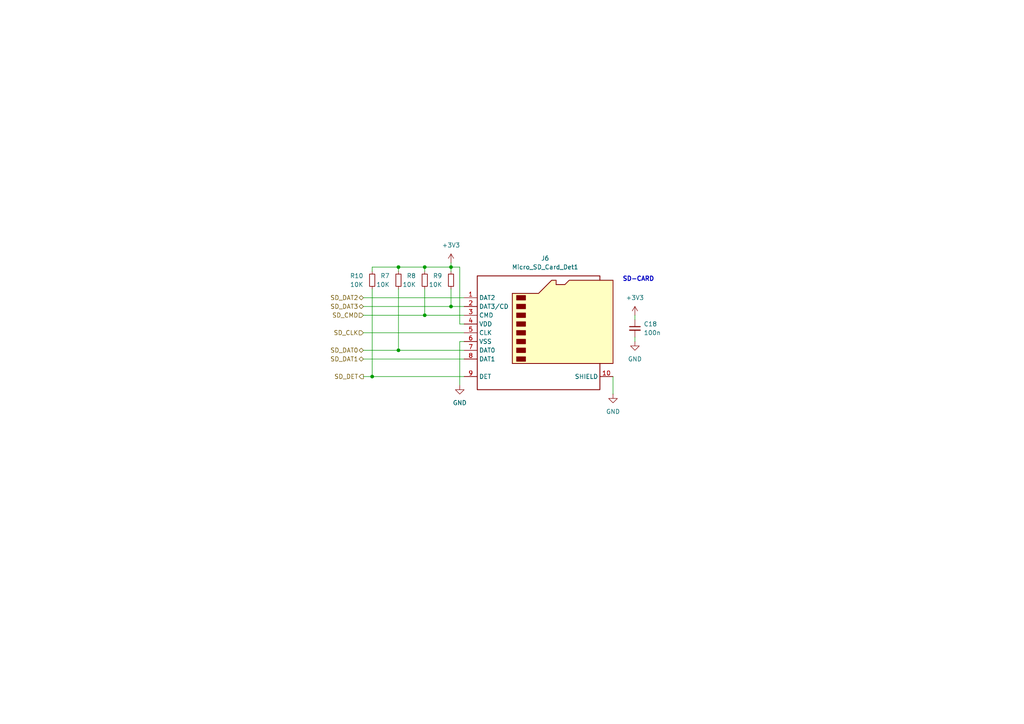
<source format=kicad_sch>
(kicad_sch (version 20231120) (generator "eeschema") (generator_version "8.0")
  (paper "A4")
  (lib_symbols
    (symbol "Connector:Micro_SD_Card_Det1"
      (property "Reference" "J" (at -16.51 17.78 0))
      (property "Value" "Micro_SD_Card_Det1" (at 16.51 17.78 0))
      (symbol "Micro_SD_Card_Det1_0_1"
        (rectangle (start -7.62 -6.985) (end -5.08 -8.255) (stroke (width 0.254)) (fill (type outline)))
        (rectangle (start -7.62 -4.445) (end -5.08 -5.715) (stroke (width 0.254)) (fill (type outline)))
        (rectangle (start -7.62 -1.905) (end -5.08 -3.175) (stroke (width 0.254)) (fill (type outline)))
        (rectangle (start -7.62 0.635) (end -5.08 -0.635) (stroke (width 0.254)) (fill (type outline)))
        (rectangle (start -7.62 3.175) (end -5.08 1.905) (stroke (width 0.254)) (fill (type outline)))
        (rectangle (start -7.62 5.715) (end -5.08 4.445) (stroke (width 0.254)) (fill (type outline)))
        (rectangle (start -7.62 8.255) (end -5.08 6.985) (stroke (width 0.254)) (fill (type outline)))
        (rectangle (start -7.62 10.795) (end -5.08 9.525) (stroke (width 0.254)) (fill (type outline)))
        (polyline (pts (xy 16.51 15.24) (xy 16.51 16.51) (xy -19.05 16.51) (xy -19.05 -16.51) (xy 16.51 -16.51) (xy 16.51 -8.89)) (stroke (width 0.254)))
        (polyline (pts (xy -8.89 -8.89) (xy -8.89 11.43) (xy -1.27 11.43) (xy 2.54 15.24) (xy 3.81 15.24) (xy 3.81 13.97) (xy 6.35 13.97) (xy 7.62 15.24) (xy 20.32 15.24) (xy 20.32 -8.89) (xy -8.89 -8.89)) (stroke (width 0.254)) (fill (type background)))
      )
      (symbol "Micro_SD_Card_Det1_1_1"
        (pin bidirectional line (at -22.86 10.16 0) (length 3.81) (name "DAT2") (number "1"))
        (pin passive line (at 20.32 -12.7 180) (length 3.81) (name "SHIELD") (number "10"))
        (pin bidirectional line (at -22.86 7.62 0) (length 3.81) (name "DAT3/CD") (number "2"))
        (pin input line (at -22.86 5.08 0) (length 3.81) (name "CMD") (number "3"))
        (pin power_in line (at -22.86 2.54 0) (length 3.81) (name "VDD") (number "4"))
        (pin input line (at -22.86 0 0) (length 3.81) (name "CLK") (number "5"))
        (pin power_in line (at -22.86 -2.54 0) (length 3.81) (name "VSS") (number "6"))
        (pin bidirectional line (at -22.86 -5.08 0) (length 3.81) (name "DAT0") (number "7"))
        (pin bidirectional line (at -22.86 -7.62 0) (length 3.81) (name "DAT1") (number "8"))
        (pin passive line (at -22.86 -12.7 0) (length 3.81) (name "DET") (number "9"))
      )
    )
    (symbol "Device:C_Small" (pin_numbers hide) (pin_names (offset 0.254) hide)
      (property "Reference" "C" (at 0.254 1.778 0))
      (property "Value" "C_Small" (at 0.254 -2.032 0))
      (symbol "C_Small_0_1"
        (polyline (pts (xy -1.524 -0.508) (xy 1.524 -0.508)) (stroke (width 0.3302)))
        (polyline (pts (xy -1.524 0.508) (xy 1.524 0.508)) (stroke (width 0.3048)))
      )
      (symbol "C_Small_1_1"
        (pin passive line (at 0 2.54 270) (length 2.032) (name "~") (number "1"))
        (pin passive line (at 0 -2.54 90) (length 2.032) (name "~") (number "2"))
      )
    )
    (symbol "Device:R_Small" (pin_numbers hide) (pin_names (offset 0.254) hide)
      (property "Reference" "R" (at 0.762 0.508 0))
      (property "Value" "R_Small" (at 0.762 -1.016 0))
      (symbol "R_Small_0_1"
        (rectangle (start -0.762 1.778) (end 0.762 -1.778) (stroke (width 0.2032)))
      )
      (symbol "R_Small_1_1"
        (pin passive line (at 0 2.54 270) (length 0.762) (name "~") (number "1"))
        (pin passive line (at 0 -2.54 90) (length 0.762) (name "~") (number "2"))
      )
    )
    (symbol "GND_5" (power) (pin_numbers hide) (pin_names (offset 0) hide)
      (property "Value" "GND" (at 0 -3.81 0))
      (symbol "GND_5_0_1"
        (polyline (pts (xy 0 0) (xy 0 -1.27) (xy 1.27 -1.27) (xy 0 -2.54) (xy -1.27 -1.27) (xy 0 -1.27)))
      )
      (symbol "GND_5_1_1"
        (pin power_in line (at 0 0 270) (length 0) (name "~") (number "1"))
      )
    )
    (symbol "power:+3V3" (power) (pin_names (offset 0))
      (property "Value" "+3V3" (at 0 3.556 0))
      (symbol "+3V3_0_1"
        (polyline (pts (xy -0.762 1.27) (xy 0 2.54)))
        (polyline (pts (xy 0 0) (xy 0 2.54)))
        (polyline (pts (xy 0 2.54) (xy 0.762 1.27)))
      )
      (symbol "+3V3_1_1"
        (pin power_in line (at 0 0 90) (length 0) hide (name "+3V3") (number "1"))
      )
    )
    (symbol "power:GND" (power) (pin_names (offset 0))
      (property "Value" "GND" (at 0 -3.81 0))
      (symbol "GND_0_1"
        (polyline (pts (xy 0 0) (xy 0 -1.27) (xy 1.27 -1.27) (xy 0 -2.54) (xy -1.27 -1.27) (xy 0 -1.27)))
      )
      (symbol "GND_1_1"
        (pin power_in line (at 0 0 270) (length 0) hide (name "GND") (number "1"))
      )
    )
  )
  (junction (at 115.57 101.6))
  (junction (at 123.19 91.44))
  (junction (at 115.57 77.47))
  (junction (at 107.95 109.22))
  (junction (at 123.19 77.47))
  (junction (at 130.81 88.9))
  (junction (at 130.81 77.47))
  (wire (pts (xy 123.19 77.47) (xy 123.19 78.74)))
  (wire (pts (xy 115.57 83.82) (xy 115.57 101.6)))
  (wire (pts (xy 123.19 83.82) (xy 123.19 91.44)))
  (wire (pts (xy 130.81 76.2) (xy 130.81 77.47)))
  (wire (pts (xy 107.95 83.82) (xy 107.95 109.22)))
  (wire (pts (xy 184.15 91.44) (xy 184.15 92.71)))
  (wire (pts (xy 105.41 101.6) (xy 115.57 101.6)))
  (wire (pts (xy 133.35 99.06) (xy 133.35 111.76)))
  (wire (pts (xy 130.81 77.47) (xy 130.81 78.74)))
  (wire (pts (xy 105.41 109.22) (xy 107.95 109.22)))
  (wire (pts (xy 105.41 104.14) (xy 134.62 104.14)))
  (wire (pts (xy 115.57 101.6) (xy 134.62 101.6)))
  (wire (pts (xy 133.35 93.98) (xy 133.35 77.47)))
  (wire (pts (xy 134.62 99.06) (xy 133.35 99.06)))
  (wire (pts (xy 123.19 77.47) (xy 130.81 77.47)))
  (wire (pts (xy 130.81 88.9) (xy 134.62 88.9)))
  (wire (pts (xy 105.41 91.44) (xy 123.19 91.44)))
  (wire (pts (xy 133.35 77.47) (xy 130.81 77.47)))
  (wire (pts (xy 130.81 83.82) (xy 130.81 88.9)))
  (wire (pts (xy 105.41 96.52) (xy 134.62 96.52)))
  (wire (pts (xy 115.57 77.47) (xy 115.57 78.74)))
  (wire (pts (xy 107.95 78.74) (xy 107.95 77.47)))
  (wire (pts (xy 107.95 77.47) (xy 115.57 77.47)))
  (wire (pts (xy 134.62 93.98) (xy 133.35 93.98)))
  (wire (pts (xy 184.15 97.79) (xy 184.15 99.06)))
  (wire (pts (xy 115.57 77.47) (xy 123.19 77.47)))
  (wire (pts (xy 123.19 91.44) (xy 134.62 91.44)))
  (wire (pts (xy 105.41 88.9) (xy 130.81 88.9)))
  (wire (pts (xy 177.8 114.3) (xy 177.8 109.22)))
  (wire (pts (xy 107.95 109.22) (xy 134.62 109.22)))
  (wire (pts (xy 105.41 86.36) (xy 134.62 86.36)))
  (text "SD-CARD" (at 185.166 81.026 0) (effects (font (size 1.27 1.27) (thickness 0.254) (bold yes))))
  (hierarchical_label "SD_DAT0" (shape bidirectional) (at 105.41 101.6 180))
  (hierarchical_label "SD_CLK" (shape input) (at 105.41 96.52 180))
  (hierarchical_label "SD_DET" (shape output) (at 105.41 109.22 180))
  (hierarchical_label "SD_DAT3" (shape bidirectional) (at 105.41 88.9 180))
  (hierarchical_label "SD_CMD" (shape input) (at 105.41 91.44 180))
  (hierarchical_label "SD_DAT2" (shape bidirectional) (at 105.41 86.36 180))
  (hierarchical_label "SD_DAT1" (shape bidirectional) (at 105.41 104.14 180))
  (symbol (lib_name "GND_5") (lib_id "power:GND") (at 133.35 111.76 0) (unit 1)
    (property "Reference" "#PWR0138" (effects (hide yes)))
    (property "Value" "GND" (at 133.35 116.84 0))
    (property "Description" "Power symbol creates a global label with name \"GND\" , ground" (effects (hide yes)))
  )
  (symbol (lib_id "power:+3V3") (at 130.81 76.2 0) (unit 1)
    (property "Reference" "#PWR037" (effects (hide yes)))
    (property "Value" "+3V3" (at 130.81 71.12 0))
    (property "Description" "Power symbol creates a global label with name \"+3V3\"" (effects (hide yes)))
  )
  (symbol (lib_id "Device:C_Small") (at 184.15 95.25 0) (unit 1)
    (property "Reference" "C18" (at 186.69 93.9863 0) (effects (justify left)))
    (property "Value" "100n" (at 186.69 96.5263 0) (effects (justify left)))
    (property "Footprint" "Capacitor_SMD:C_0402_1005Metric" (effects (hide yes)))
    (property "JLCPCB Part #" "C307331" (effects (hide yes)))
  )
  (symbol (lib_id "Device:R_Small") (at 130.81 81.28 0) (mirror y) (unit 1)
    (property "Reference" "R9" (at 128.27 80.0099 0) (effects (justify left)))
    (property "Value" "10K" (at 128.27 82.5499 0) (effects (justify left)))
    (property "Footprint" "Resistor_SMD:R_0402_1005Metric" (effects (hide yes)))
    (property "Description" "Resistor, small symbol" (effects (hide yes)))
    (property "JLCPCB Part #" "C25744" (effects (hide yes)))
  )
  (symbol (lib_id "power:GND") (at 184.15 99.06 0) (unit 1)
    (property "Reference" "#PWR048" (effects (hide yes)))
    (property "Value" "GND" (at 184.15 104.14 0))
  )
  (symbol (lib_id "Device:R_Small") (at 115.57 81.28 0) (mirror y) (unit 1)
    (property "Reference" "R7" (at 113.03 80.0099 0) (effects (justify left)))
    (property "Value" "10K" (at 113.03 82.5499 0) (effects (justify left)))
    (property "Footprint" "Resistor_SMD:R_0402_1005Metric" (effects (hide yes)))
    (property "Description" "Resistor, small symbol" (effects (hide yes)))
    (property "JLCPCB Part #" "C25744" (effects (hide yes)))
  )
  (symbol (lib_id "Device:R_Small") (at 107.95 81.28 0) (mirror y) (unit 1)
    (property "Reference" "R10" (at 105.41 80.0099 0) (effects (justify left)))
    (property "Value" "10K" (at 105.41 82.5499 0) (effects (justify left)))
    (property "Footprint" "Resistor_SMD:R_0402_1005Metric" (effects (hide yes)))
    (property "Description" "Resistor, small symbol" (effects (hide yes)))
    (property "JLCPCB Part #" "C25744" (effects (hide yes)))
  )
  (symbol (lib_id "power:+3V3") (at 184.15 91.44 0) (unit 1)
    (property "Reference" "#PWR047" (effects (hide yes)))
    (property "Value" "+3V3" (at 184.15 86.36 0))
    (property "Description" "Power symbol creates a global label with name \"+3V3\"" (effects (hide yes)))
  )
  (symbol (lib_id "Device:R_Small") (at 123.19 81.28 0) (mirror y) (unit 1)
    (property "Reference" "R8" (at 120.65 80.0099 0) (effects (justify left)))
    (property "Value" "10K" (at 120.65 82.5499 0) (effects (justify left)))
    (property "Footprint" "Resistor_SMD:R_0402_1005Metric" (effects (hide yes)))
    (property "Description" "Resistor, small symbol" (effects (hide yes)))
    (property "JLCPCB Part #" "C25744" (effects (hide yes)))
  )
  (symbol (lib_name "GND_5") (lib_id "power:GND") (at 177.8 114.3 0) (unit 1)
    (property "Reference" "#PWR046" (effects (hide yes)))
    (property "Value" "GND" (at 177.8 119.38 0))
    (property "Description" "Power symbol creates a global label with name \"GND\" , ground" (effects (hide yes)))
  )
  (symbol (lib_id "Connector:Micro_SD_Card_Det1") (at 157.48 96.52 0) (unit 1)
    (property "Reference" "J6" (at 158.115 74.93 0))
    (property "Value" "Micro_SD_Card_Det1" (at 158.115 77.47 0))
    (property "Footprint" "TF-115:SD-TF-115" (effects (hide yes)))
    (property "Datasheet" "https://datasheet.lcsc.com/lcsc/2110151630_XKB-Connectivity-XKTF-015-N_C381082.pdf" (effects (hide yes)))
    (property "Description" "Micro SD Card Socket with one card detection pin" (effects (hide yes)))
    (property "JLCPCB Part #" "C266621" (effects (hide yes)))
  )
)
</source>
